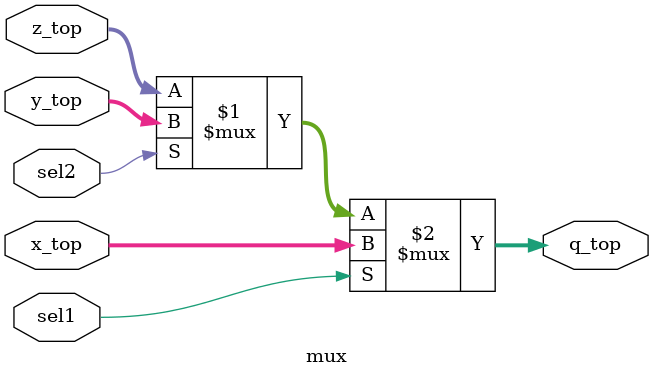
<source format=v>
`define WIDTH 2

module mux (
	input 	 			 sel1,
	input 	 			 sel2,
	input   [`WIDTH-1:0] x_top, 
	input   [`WIDTH-1:0] y_top,
	input   [`WIDTH-1:0] z_top,
	output  [`WIDTH-1:0] q_top
);

	assign q_top = (sel1) ? x_top : 
				   (sel2) ? y_top :
				   			z_top;

endmodule

</source>
